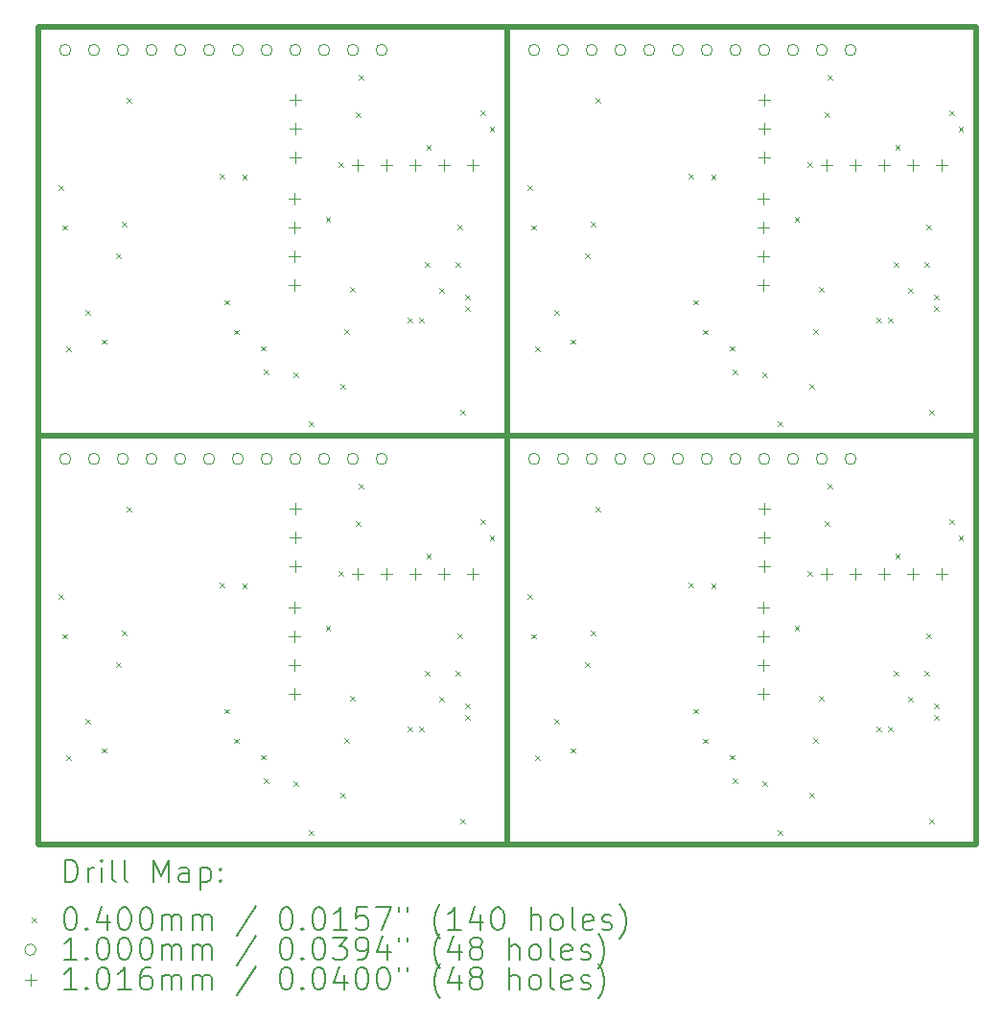
<source format=gbr>
%FSLAX45Y45*%
G04 Gerber Fmt 4.5, Leading zero omitted, Abs format (unit mm)*
G04 Created by KiCad (PCBNEW 5.99.0-unknown-6083c08~88~ubuntu18.04.1) date 2021-04-28 16:00:43*
%MOMM*%
%LPD*%
G01*
G04 APERTURE LIST*
%TA.AperFunction,Profile*%
%ADD10C,0.500000*%
%TD*%
%ADD11C,0.200000*%
%ADD12C,0.040000*%
%ADD13C,0.100000*%
%ADD14C,0.101600*%
G04 APERTURE END LIST*
D10*
X13436600Y-10464800D02*
X13436600Y-14071600D01*
X17576800Y-10464800D02*
X13436600Y-10464800D01*
X13436600Y-14071600D02*
X17576800Y-14071600D01*
X17576800Y-14071600D02*
X17576800Y-10464800D01*
X9296400Y-10464800D02*
X9296400Y-14071600D01*
X13436600Y-10464800D02*
X9296400Y-10464800D01*
X9296400Y-14071600D02*
X13436600Y-14071600D01*
X13436600Y-14071600D02*
X13436600Y-10464800D01*
X13436600Y-6858000D02*
X13436600Y-10464800D01*
X17576800Y-6858000D02*
X13436600Y-6858000D01*
X13436600Y-10464800D02*
X17576800Y-10464800D01*
X17576800Y-10464800D02*
X17576800Y-6858000D01*
X13436600Y-10464800D02*
X13436600Y-6858000D01*
X9296400Y-10464800D02*
X13436600Y-10464800D01*
X9296400Y-6858000D02*
X9296400Y-10464800D01*
X13436600Y-6858000D02*
X9296400Y-6858000D01*
D11*
D12*
X9469440Y-8260400D02*
X9509440Y-8300400D01*
X9509440Y-8260400D02*
X9469440Y-8300400D01*
X9469440Y-11867200D02*
X9509440Y-11907200D01*
X9509440Y-11867200D02*
X9469440Y-11907200D01*
X9505000Y-8609650D02*
X9545000Y-8649650D01*
X9545000Y-8609650D02*
X9505000Y-8649650D01*
X9505000Y-12216450D02*
X9545000Y-12256450D01*
X9545000Y-12216450D02*
X9505000Y-12256450D01*
X9536750Y-9682800D02*
X9576750Y-9722800D01*
X9576750Y-9682800D02*
X9536750Y-9722800D01*
X9536750Y-13289600D02*
X9576750Y-13329600D01*
X9576750Y-13289600D02*
X9536750Y-13329600D01*
X9708200Y-9358950D02*
X9748200Y-9398950D01*
X9748200Y-9358950D02*
X9708200Y-9398950D01*
X9708200Y-12965750D02*
X9748200Y-13005750D01*
X9748200Y-12965750D02*
X9708200Y-13005750D01*
X9854250Y-9617799D02*
X9894250Y-9657799D01*
X9894250Y-9617799D02*
X9854250Y-9657799D01*
X9854250Y-13224599D02*
X9894250Y-13264599D01*
X9894250Y-13224599D02*
X9854250Y-13264599D01*
X9977099Y-8861451D02*
X10017099Y-8901451D01*
X10017099Y-8861451D02*
X9977099Y-8901451D01*
X9977099Y-12468251D02*
X10017099Y-12508251D01*
X10017099Y-12468251D02*
X9977099Y-12508251D01*
X10030349Y-8577900D02*
X10070349Y-8617900D01*
X10070349Y-8577900D02*
X10030349Y-8617900D01*
X10030349Y-12184700D02*
X10070349Y-12224700D01*
X10070349Y-12184700D02*
X10030349Y-12224700D01*
X10070150Y-7485700D02*
X10110150Y-7525700D01*
X10110150Y-7485700D02*
X10070150Y-7525700D01*
X10070150Y-11092500D02*
X10110150Y-11132500D01*
X10110150Y-11092500D02*
X10070150Y-11132500D01*
X10895650Y-8158800D02*
X10935650Y-8198800D01*
X10935650Y-8158800D02*
X10895650Y-8198800D01*
X10895650Y-11765600D02*
X10935650Y-11805600D01*
X10935650Y-11765600D02*
X10895650Y-11805600D01*
X10933750Y-9270050D02*
X10973750Y-9310050D01*
X10973750Y-9270050D02*
X10933750Y-9310050D01*
X10933750Y-12876850D02*
X10973750Y-12916850D01*
X10973750Y-12876850D02*
X10933750Y-12916850D01*
X11022200Y-9532800D02*
X11062200Y-9572800D01*
X11062200Y-9532800D02*
X11022200Y-9572800D01*
X11022200Y-13139600D02*
X11062200Y-13179600D01*
X11062200Y-13139600D02*
X11022200Y-13179600D01*
X11092500Y-8165150D02*
X11132500Y-8205150D01*
X11132500Y-8165150D02*
X11092500Y-8205150D01*
X11092500Y-11771950D02*
X11132500Y-11811950D01*
X11132500Y-11771950D02*
X11092500Y-11811950D01*
X11259124Y-9676196D02*
X11299124Y-9716196D01*
X11299124Y-9676196D02*
X11259124Y-9716196D01*
X11259124Y-13282996D02*
X11299124Y-13322996D01*
X11299124Y-13282996D02*
X11259124Y-13322996D01*
X11283000Y-9886000D02*
X11323000Y-9926000D01*
X11323000Y-9886000D02*
X11283000Y-9926000D01*
X11283000Y-13492800D02*
X11323000Y-13532800D01*
X11323000Y-13492800D02*
X11283000Y-13532800D01*
X11548430Y-9909876D02*
X11588430Y-9949876D01*
X11588430Y-9909876D02*
X11548430Y-9949876D01*
X11548430Y-13516676D02*
X11588430Y-13556676D01*
X11588430Y-13516676D02*
X11548430Y-13556676D01*
X11680510Y-10340914D02*
X11720510Y-10380914D01*
X11720510Y-10340914D02*
X11680510Y-10380914D01*
X11680510Y-13947714D02*
X11720510Y-13987714D01*
X11720510Y-13947714D02*
X11680510Y-13987714D01*
X11829100Y-8539800D02*
X11869100Y-8579800D01*
X11869100Y-8539800D02*
X11829100Y-8579800D01*
X11829100Y-12146600D02*
X11869100Y-12186600D01*
X11869100Y-12146600D02*
X11829100Y-12186600D01*
X11943400Y-8057200D02*
X11983400Y-8097200D01*
X11983400Y-8057200D02*
X11943400Y-8097200D01*
X11943400Y-11664000D02*
X11983400Y-11704000D01*
X11983400Y-11664000D02*
X11943400Y-11704000D01*
X11962704Y-10011222D02*
X12002704Y-10051222D01*
X12002704Y-10011222D02*
X11962704Y-10051222D01*
X11962704Y-13618022D02*
X12002704Y-13658022D01*
X12002704Y-13618022D02*
X11962704Y-13658022D01*
X11994200Y-9530400D02*
X12034200Y-9570400D01*
X12034200Y-9530400D02*
X11994200Y-9570400D01*
X11994200Y-13137200D02*
X12034200Y-13177200D01*
X12034200Y-13137200D02*
X11994200Y-13177200D01*
X12045000Y-9155750D02*
X12085000Y-9195750D01*
X12085000Y-9155750D02*
X12045000Y-9195750D01*
X12045000Y-12762550D02*
X12085000Y-12802550D01*
X12085000Y-12762550D02*
X12045000Y-12802550D01*
X12095800Y-7612700D02*
X12135800Y-7652700D01*
X12135800Y-7612700D02*
X12095800Y-7652700D01*
X12095800Y-11219500D02*
X12135800Y-11259500D01*
X12135800Y-11219500D02*
X12095800Y-11259500D01*
X12121200Y-7282500D02*
X12161200Y-7322500D01*
X12161200Y-7282500D02*
X12121200Y-7322500D01*
X12121200Y-10889300D02*
X12161200Y-10929300D01*
X12161200Y-10889300D02*
X12121200Y-10929300D01*
X12553000Y-9428800D02*
X12593000Y-9468800D01*
X12593000Y-9428800D02*
X12553000Y-9468800D01*
X12553000Y-13035600D02*
X12593000Y-13075600D01*
X12593000Y-13035600D02*
X12553000Y-13075600D01*
X12654600Y-9428800D02*
X12694600Y-9468800D01*
X12694600Y-9428800D02*
X12654600Y-9468800D01*
X12654600Y-13035600D02*
X12694600Y-13075600D01*
X12694600Y-13035600D02*
X12654600Y-13075600D01*
X12705400Y-8933500D02*
X12745400Y-8973500D01*
X12745400Y-8933500D02*
X12705400Y-8973500D01*
X12705400Y-12540300D02*
X12745400Y-12580300D01*
X12745400Y-12540300D02*
X12705400Y-12580300D01*
X12718100Y-7904800D02*
X12758100Y-7944800D01*
X12758100Y-7904800D02*
X12718100Y-7944800D01*
X12718100Y-11511600D02*
X12758100Y-11551600D01*
X12758100Y-11511600D02*
X12718100Y-11551600D01*
X12832400Y-9162100D02*
X12872400Y-9202100D01*
X12872400Y-9162100D02*
X12832400Y-9202100D01*
X12832400Y-12768900D02*
X12872400Y-12808900D01*
X12872400Y-12768900D02*
X12832400Y-12808900D01*
X12978450Y-8933500D02*
X13018450Y-8973500D01*
X13018450Y-8933500D02*
X12978450Y-8973500D01*
X12978450Y-12540300D02*
X13018450Y-12580300D01*
X13018450Y-12540300D02*
X12978450Y-12580300D01*
X12991150Y-8603300D02*
X13031150Y-8643300D01*
X13031150Y-8603300D02*
X12991150Y-8643300D01*
X12991150Y-12210100D02*
X13031150Y-12250100D01*
X13031150Y-12210100D02*
X12991150Y-12250100D01*
X13016550Y-10241600D02*
X13056550Y-10281600D01*
X13056550Y-10241600D02*
X13016550Y-10281600D01*
X13016550Y-13848400D02*
X13056550Y-13888400D01*
X13056550Y-13848400D02*
X13016550Y-13888400D01*
X13061000Y-9225600D02*
X13101000Y-9265600D01*
X13101000Y-9225600D02*
X13061000Y-9265600D01*
X13061000Y-9327200D02*
X13101000Y-9367200D01*
X13101000Y-9327200D02*
X13061000Y-9367200D01*
X13061000Y-12832400D02*
X13101000Y-12872400D01*
X13101000Y-12832400D02*
X13061000Y-12872400D01*
X13061000Y-12934000D02*
X13101000Y-12974000D01*
X13101000Y-12934000D02*
X13061000Y-12974000D01*
X13194350Y-7600000D02*
X13234350Y-7640000D01*
X13234350Y-7600000D02*
X13194350Y-7640000D01*
X13194350Y-11206800D02*
X13234350Y-11246800D01*
X13234350Y-11206800D02*
X13194350Y-11246800D01*
X13276900Y-7739700D02*
X13316900Y-7779700D01*
X13316900Y-7739700D02*
X13276900Y-7779700D01*
X13276900Y-11346500D02*
X13316900Y-11386500D01*
X13316900Y-11346500D02*
X13276900Y-11386500D01*
X13609640Y-8260400D02*
X13649640Y-8300400D01*
X13649640Y-8260400D02*
X13609640Y-8300400D01*
X13609640Y-11867200D02*
X13649640Y-11907200D01*
X13649640Y-11867200D02*
X13609640Y-11907200D01*
X13645200Y-8609650D02*
X13685200Y-8649650D01*
X13685200Y-8609650D02*
X13645200Y-8649650D01*
X13645200Y-12216450D02*
X13685200Y-12256450D01*
X13685200Y-12216450D02*
X13645200Y-12256450D01*
X13676950Y-9682800D02*
X13716950Y-9722800D01*
X13716950Y-9682800D02*
X13676950Y-9722800D01*
X13676950Y-13289600D02*
X13716950Y-13329600D01*
X13716950Y-13289600D02*
X13676950Y-13329600D01*
X13848400Y-9358950D02*
X13888400Y-9398950D01*
X13888400Y-9358950D02*
X13848400Y-9398950D01*
X13848400Y-12965750D02*
X13888400Y-13005750D01*
X13888400Y-12965750D02*
X13848400Y-13005750D01*
X13994450Y-9617799D02*
X14034450Y-9657799D01*
X14034450Y-9617799D02*
X13994450Y-9657799D01*
X13994450Y-13224599D02*
X14034450Y-13264599D01*
X14034450Y-13224599D02*
X13994450Y-13264599D01*
X14117299Y-8861451D02*
X14157299Y-8901451D01*
X14157299Y-8861451D02*
X14117299Y-8901451D01*
X14117299Y-12468251D02*
X14157299Y-12508251D01*
X14157299Y-12468251D02*
X14117299Y-12508251D01*
X14170549Y-8577900D02*
X14210549Y-8617900D01*
X14210549Y-8577900D02*
X14170549Y-8617900D01*
X14170549Y-12184700D02*
X14210549Y-12224700D01*
X14210549Y-12184700D02*
X14170549Y-12224700D01*
X14210350Y-7485700D02*
X14250350Y-7525700D01*
X14250350Y-7485700D02*
X14210350Y-7525700D01*
X14210350Y-11092500D02*
X14250350Y-11132500D01*
X14250350Y-11092500D02*
X14210350Y-11132500D01*
X15035850Y-8158800D02*
X15075850Y-8198800D01*
X15075850Y-8158800D02*
X15035850Y-8198800D01*
X15035850Y-11765600D02*
X15075850Y-11805600D01*
X15075850Y-11765600D02*
X15035850Y-11805600D01*
X15073950Y-9270050D02*
X15113950Y-9310050D01*
X15113950Y-9270050D02*
X15073950Y-9310050D01*
X15073950Y-12876850D02*
X15113950Y-12916850D01*
X15113950Y-12876850D02*
X15073950Y-12916850D01*
X15162400Y-9532800D02*
X15202400Y-9572800D01*
X15202400Y-9532800D02*
X15162400Y-9572800D01*
X15162400Y-13139600D02*
X15202400Y-13179600D01*
X15202400Y-13139600D02*
X15162400Y-13179600D01*
X15232700Y-8165150D02*
X15272700Y-8205150D01*
X15272700Y-8165150D02*
X15232700Y-8205150D01*
X15232700Y-11771950D02*
X15272700Y-11811950D01*
X15272700Y-11771950D02*
X15232700Y-11811950D01*
X15399324Y-9676196D02*
X15439324Y-9716196D01*
X15439324Y-9676196D02*
X15399324Y-9716196D01*
X15399324Y-13282996D02*
X15439324Y-13322996D01*
X15439324Y-13282996D02*
X15399324Y-13322996D01*
X15423200Y-9886000D02*
X15463200Y-9926000D01*
X15463200Y-9886000D02*
X15423200Y-9926000D01*
X15423200Y-13492800D02*
X15463200Y-13532800D01*
X15463200Y-13492800D02*
X15423200Y-13532800D01*
X15688630Y-9909876D02*
X15728630Y-9949876D01*
X15728630Y-9909876D02*
X15688630Y-9949876D01*
X15688630Y-13516676D02*
X15728630Y-13556676D01*
X15728630Y-13516676D02*
X15688630Y-13556676D01*
X15820710Y-10340914D02*
X15860710Y-10380914D01*
X15860710Y-10340914D02*
X15820710Y-10380914D01*
X15820710Y-13947714D02*
X15860710Y-13987714D01*
X15860710Y-13947714D02*
X15820710Y-13987714D01*
X15969300Y-8539800D02*
X16009300Y-8579800D01*
X16009300Y-8539800D02*
X15969300Y-8579800D01*
X15969300Y-12146600D02*
X16009300Y-12186600D01*
X16009300Y-12146600D02*
X15969300Y-12186600D01*
X16083600Y-8057200D02*
X16123600Y-8097200D01*
X16123600Y-8057200D02*
X16083600Y-8097200D01*
X16083600Y-11664000D02*
X16123600Y-11704000D01*
X16123600Y-11664000D02*
X16083600Y-11704000D01*
X16102904Y-10011222D02*
X16142904Y-10051222D01*
X16142904Y-10011222D02*
X16102904Y-10051222D01*
X16102904Y-13618022D02*
X16142904Y-13658022D01*
X16142904Y-13618022D02*
X16102904Y-13658022D01*
X16134400Y-9530400D02*
X16174400Y-9570400D01*
X16174400Y-9530400D02*
X16134400Y-9570400D01*
X16134400Y-13137200D02*
X16174400Y-13177200D01*
X16174400Y-13137200D02*
X16134400Y-13177200D01*
X16185200Y-9155750D02*
X16225200Y-9195750D01*
X16225200Y-9155750D02*
X16185200Y-9195750D01*
X16185200Y-12762550D02*
X16225200Y-12802550D01*
X16225200Y-12762550D02*
X16185200Y-12802550D01*
X16236000Y-7612700D02*
X16276000Y-7652700D01*
X16276000Y-7612700D02*
X16236000Y-7652700D01*
X16236000Y-11219500D02*
X16276000Y-11259500D01*
X16276000Y-11219500D02*
X16236000Y-11259500D01*
X16261400Y-7282500D02*
X16301400Y-7322500D01*
X16301400Y-7282500D02*
X16261400Y-7322500D01*
X16261400Y-10889300D02*
X16301400Y-10929300D01*
X16301400Y-10889300D02*
X16261400Y-10929300D01*
X16693200Y-9428800D02*
X16733200Y-9468800D01*
X16733200Y-9428800D02*
X16693200Y-9468800D01*
X16693200Y-13035600D02*
X16733200Y-13075600D01*
X16733200Y-13035600D02*
X16693200Y-13075600D01*
X16794800Y-9428800D02*
X16834800Y-9468800D01*
X16834800Y-9428800D02*
X16794800Y-9468800D01*
X16794800Y-13035600D02*
X16834800Y-13075600D01*
X16834800Y-13035600D02*
X16794800Y-13075600D01*
X16845600Y-8933500D02*
X16885600Y-8973500D01*
X16885600Y-8933500D02*
X16845600Y-8973500D01*
X16845600Y-12540300D02*
X16885600Y-12580300D01*
X16885600Y-12540300D02*
X16845600Y-12580300D01*
X16858300Y-7904800D02*
X16898300Y-7944800D01*
X16898300Y-7904800D02*
X16858300Y-7944800D01*
X16858300Y-11511600D02*
X16898300Y-11551600D01*
X16898300Y-11511600D02*
X16858300Y-11551600D01*
X16972600Y-9162100D02*
X17012600Y-9202100D01*
X17012600Y-9162100D02*
X16972600Y-9202100D01*
X16972600Y-12768900D02*
X17012600Y-12808900D01*
X17012600Y-12768900D02*
X16972600Y-12808900D01*
X17118650Y-8933500D02*
X17158650Y-8973500D01*
X17158650Y-8933500D02*
X17118650Y-8973500D01*
X17118650Y-12540300D02*
X17158650Y-12580300D01*
X17158650Y-12540300D02*
X17118650Y-12580300D01*
X17131350Y-8603300D02*
X17171350Y-8643300D01*
X17171350Y-8603300D02*
X17131350Y-8643300D01*
X17131350Y-12210100D02*
X17171350Y-12250100D01*
X17171350Y-12210100D02*
X17131350Y-12250100D01*
X17156750Y-10241600D02*
X17196750Y-10281600D01*
X17196750Y-10241600D02*
X17156750Y-10281600D01*
X17156750Y-13848400D02*
X17196750Y-13888400D01*
X17196750Y-13848400D02*
X17156750Y-13888400D01*
X17201200Y-9225600D02*
X17241200Y-9265600D01*
X17241200Y-9225600D02*
X17201200Y-9265600D01*
X17201200Y-9327200D02*
X17241200Y-9367200D01*
X17241200Y-9327200D02*
X17201200Y-9367200D01*
X17201200Y-12832400D02*
X17241200Y-12872400D01*
X17241200Y-12832400D02*
X17201200Y-12872400D01*
X17201200Y-12934000D02*
X17241200Y-12974000D01*
X17241200Y-12934000D02*
X17201200Y-12974000D01*
X17334550Y-7600000D02*
X17374550Y-7640000D01*
X17374550Y-7600000D02*
X17334550Y-7640000D01*
X17334550Y-11206800D02*
X17374550Y-11246800D01*
X17374550Y-11206800D02*
X17334550Y-11246800D01*
X17417100Y-7739700D02*
X17457100Y-7779700D01*
X17457100Y-7739700D02*
X17417100Y-7779700D01*
X17417100Y-11346500D02*
X17457100Y-11386500D01*
X17457100Y-11346500D02*
X17417100Y-11386500D01*
D13*
X13719264Y-10671048D02*
G75*
G03*
X13719264Y-10671048I-50000J0D01*
G01*
X13973264Y-10671048D02*
G75*
G03*
X13973264Y-10671048I-50000J0D01*
G01*
X14227264Y-10671048D02*
G75*
G03*
X14227264Y-10671048I-50000J0D01*
G01*
X14481264Y-10671048D02*
G75*
G03*
X14481264Y-10671048I-50000J0D01*
G01*
X14735264Y-10671048D02*
G75*
G03*
X14735264Y-10671048I-50000J0D01*
G01*
X14989264Y-10671048D02*
G75*
G03*
X14989264Y-10671048I-50000J0D01*
G01*
X15243264Y-10671048D02*
G75*
G03*
X15243264Y-10671048I-50000J0D01*
G01*
X15497264Y-10671048D02*
G75*
G03*
X15497264Y-10671048I-50000J0D01*
G01*
X15751264Y-10671048D02*
G75*
G03*
X15751264Y-10671048I-50000J0D01*
G01*
X16005264Y-10671048D02*
G75*
G03*
X16005264Y-10671048I-50000J0D01*
G01*
X16259264Y-10671048D02*
G75*
G03*
X16259264Y-10671048I-50000J0D01*
G01*
X16513264Y-10671048D02*
G75*
G03*
X16513264Y-10671048I-50000J0D01*
G01*
X13719264Y-7064248D02*
G75*
G03*
X13719264Y-7064248I-50000J0D01*
G01*
X13973264Y-7064248D02*
G75*
G03*
X13973264Y-7064248I-50000J0D01*
G01*
X14227264Y-7064248D02*
G75*
G03*
X14227264Y-7064248I-50000J0D01*
G01*
X14481264Y-7064248D02*
G75*
G03*
X14481264Y-7064248I-50000J0D01*
G01*
X14735264Y-7064248D02*
G75*
G03*
X14735264Y-7064248I-50000J0D01*
G01*
X14989264Y-7064248D02*
G75*
G03*
X14989264Y-7064248I-50000J0D01*
G01*
X15243264Y-7064248D02*
G75*
G03*
X15243264Y-7064248I-50000J0D01*
G01*
X15497264Y-7064248D02*
G75*
G03*
X15497264Y-7064248I-50000J0D01*
G01*
X15751264Y-7064248D02*
G75*
G03*
X15751264Y-7064248I-50000J0D01*
G01*
X16005264Y-7064248D02*
G75*
G03*
X16005264Y-7064248I-50000J0D01*
G01*
X16259264Y-7064248D02*
G75*
G03*
X16259264Y-7064248I-50000J0D01*
G01*
X16513264Y-7064248D02*
G75*
G03*
X16513264Y-7064248I-50000J0D01*
G01*
X9579064Y-10671048D02*
G75*
G03*
X9579064Y-10671048I-50000J0D01*
G01*
X9833064Y-10671048D02*
G75*
G03*
X9833064Y-10671048I-50000J0D01*
G01*
X10087064Y-10671048D02*
G75*
G03*
X10087064Y-10671048I-50000J0D01*
G01*
X10341064Y-10671048D02*
G75*
G03*
X10341064Y-10671048I-50000J0D01*
G01*
X10595064Y-10671048D02*
G75*
G03*
X10595064Y-10671048I-50000J0D01*
G01*
X10849064Y-10671048D02*
G75*
G03*
X10849064Y-10671048I-50000J0D01*
G01*
X11103064Y-10671048D02*
G75*
G03*
X11103064Y-10671048I-50000J0D01*
G01*
X11357064Y-10671048D02*
G75*
G03*
X11357064Y-10671048I-50000J0D01*
G01*
X11611064Y-10671048D02*
G75*
G03*
X11611064Y-10671048I-50000J0D01*
G01*
X11865064Y-10671048D02*
G75*
G03*
X11865064Y-10671048I-50000J0D01*
G01*
X12119064Y-10671048D02*
G75*
G03*
X12119064Y-10671048I-50000J0D01*
G01*
X12373064Y-10671048D02*
G75*
G03*
X12373064Y-10671048I-50000J0D01*
G01*
X9579064Y-7064248D02*
G75*
G03*
X9579064Y-7064248I-50000J0D01*
G01*
X9833064Y-7064248D02*
G75*
G03*
X9833064Y-7064248I-50000J0D01*
G01*
X10087064Y-7064248D02*
G75*
G03*
X10087064Y-7064248I-50000J0D01*
G01*
X10341064Y-7064248D02*
G75*
G03*
X10341064Y-7064248I-50000J0D01*
G01*
X10595064Y-7064248D02*
G75*
G03*
X10595064Y-7064248I-50000J0D01*
G01*
X10849064Y-7064248D02*
G75*
G03*
X10849064Y-7064248I-50000J0D01*
G01*
X11103064Y-7064248D02*
G75*
G03*
X11103064Y-7064248I-50000J0D01*
G01*
X11357064Y-7064248D02*
G75*
G03*
X11357064Y-7064248I-50000J0D01*
G01*
X11611064Y-7064248D02*
G75*
G03*
X11611064Y-7064248I-50000J0D01*
G01*
X11865064Y-7064248D02*
G75*
G03*
X11865064Y-7064248I-50000J0D01*
G01*
X12119064Y-7064248D02*
G75*
G03*
X12119064Y-7064248I-50000J0D01*
G01*
X12373064Y-7064248D02*
G75*
G03*
X12373064Y-7064248I-50000J0D01*
G01*
D14*
X12115800Y-8026400D02*
X12115800Y-8128000D01*
X12065000Y-8077200D02*
X12166600Y-8077200D01*
X12369800Y-8026400D02*
X12369800Y-8128000D01*
X12319000Y-8077200D02*
X12420600Y-8077200D01*
X12623800Y-8026400D02*
X12623800Y-8128000D01*
X12573000Y-8077200D02*
X12674600Y-8077200D01*
X12877800Y-8026400D02*
X12877800Y-8128000D01*
X12827000Y-8077200D02*
X12928600Y-8077200D01*
X13131800Y-8026400D02*
X13131800Y-8128000D01*
X13081000Y-8077200D02*
X13182600Y-8077200D01*
X15697200Y-11931650D02*
X15697200Y-12033250D01*
X15646400Y-11982450D02*
X15748000Y-11982450D01*
X15697200Y-12185650D02*
X15697200Y-12287250D01*
X15646400Y-12236450D02*
X15748000Y-12236450D01*
X15697200Y-12439650D02*
X15697200Y-12541250D01*
X15646400Y-12490450D02*
X15748000Y-12490450D01*
X15697200Y-12693650D02*
X15697200Y-12795250D01*
X15646400Y-12744450D02*
X15748000Y-12744450D01*
X15697200Y-8324850D02*
X15697200Y-8426450D01*
X15646400Y-8375650D02*
X15748000Y-8375650D01*
X15697200Y-8578850D02*
X15697200Y-8680450D01*
X15646400Y-8629650D02*
X15748000Y-8629650D01*
X15697200Y-8832850D02*
X15697200Y-8934450D01*
X15646400Y-8883650D02*
X15748000Y-8883650D01*
X15697200Y-9086850D02*
X15697200Y-9188450D01*
X15646400Y-9137650D02*
X15748000Y-9137650D01*
X16256000Y-11633200D02*
X16256000Y-11734800D01*
X16205200Y-11684000D02*
X16306800Y-11684000D01*
X16510000Y-11633200D02*
X16510000Y-11734800D01*
X16459200Y-11684000D02*
X16560800Y-11684000D01*
X16764000Y-11633200D02*
X16764000Y-11734800D01*
X16713200Y-11684000D02*
X16814800Y-11684000D01*
X17018000Y-11633200D02*
X17018000Y-11734800D01*
X16967200Y-11684000D02*
X17068800Y-11684000D01*
X17272000Y-11633200D02*
X17272000Y-11734800D01*
X17221200Y-11684000D02*
X17322800Y-11684000D01*
X15702400Y-11060800D02*
X15702400Y-11162400D01*
X15651600Y-11111600D02*
X15753200Y-11111600D01*
X15702400Y-11314800D02*
X15702400Y-11416400D01*
X15651600Y-11365600D02*
X15753200Y-11365600D01*
X15702400Y-11568800D02*
X15702400Y-11670400D01*
X15651600Y-11619600D02*
X15753200Y-11619600D01*
X11562200Y-7454000D02*
X11562200Y-7555600D01*
X11511400Y-7504800D02*
X11613000Y-7504800D01*
X11562200Y-7708000D02*
X11562200Y-7809600D01*
X11511400Y-7758800D02*
X11613000Y-7758800D01*
X11562200Y-7962000D02*
X11562200Y-8063600D01*
X11511400Y-8012800D02*
X11613000Y-8012800D01*
X15702400Y-7454000D02*
X15702400Y-7555600D01*
X15651600Y-7504800D02*
X15753200Y-7504800D01*
X15702400Y-7708000D02*
X15702400Y-7809600D01*
X15651600Y-7758800D02*
X15753200Y-7758800D01*
X15702400Y-7962000D02*
X15702400Y-8063600D01*
X15651600Y-8012800D02*
X15753200Y-8012800D01*
X11557000Y-11931650D02*
X11557000Y-12033250D01*
X11506200Y-11982450D02*
X11607800Y-11982450D01*
X11557000Y-12185650D02*
X11557000Y-12287250D01*
X11506200Y-12236450D02*
X11607800Y-12236450D01*
X11557000Y-12439650D02*
X11557000Y-12541250D01*
X11506200Y-12490450D02*
X11607800Y-12490450D01*
X11557000Y-12693650D02*
X11557000Y-12795250D01*
X11506200Y-12744450D02*
X11607800Y-12744450D01*
X16256000Y-8026400D02*
X16256000Y-8128000D01*
X16205200Y-8077200D02*
X16306800Y-8077200D01*
X16510000Y-8026400D02*
X16510000Y-8128000D01*
X16459200Y-8077200D02*
X16560800Y-8077200D01*
X16764000Y-8026400D02*
X16764000Y-8128000D01*
X16713200Y-8077200D02*
X16814800Y-8077200D01*
X17018000Y-8026400D02*
X17018000Y-8128000D01*
X16967200Y-8077200D02*
X17068800Y-8077200D01*
X17272000Y-8026400D02*
X17272000Y-8128000D01*
X17221200Y-8077200D02*
X17322800Y-8077200D01*
X12115800Y-11633200D02*
X12115800Y-11734800D01*
X12065000Y-11684000D02*
X12166600Y-11684000D01*
X12369800Y-11633200D02*
X12369800Y-11734800D01*
X12319000Y-11684000D02*
X12420600Y-11684000D01*
X12623800Y-11633200D02*
X12623800Y-11734800D01*
X12573000Y-11684000D02*
X12674600Y-11684000D01*
X12877800Y-11633200D02*
X12877800Y-11734800D01*
X12827000Y-11684000D02*
X12928600Y-11684000D01*
X13131800Y-11633200D02*
X13131800Y-11734800D01*
X13081000Y-11684000D02*
X13182600Y-11684000D01*
X11562200Y-11060800D02*
X11562200Y-11162400D01*
X11511400Y-11111600D02*
X11613000Y-11111600D01*
X11562200Y-11314800D02*
X11562200Y-11416400D01*
X11511400Y-11365600D02*
X11613000Y-11365600D01*
X11562200Y-11568800D02*
X11562200Y-11670400D01*
X11511400Y-11619600D02*
X11613000Y-11619600D01*
X11557000Y-8324850D02*
X11557000Y-8426450D01*
X11506200Y-8375650D02*
X11607800Y-8375650D01*
X11557000Y-8578850D02*
X11557000Y-8680450D01*
X11506200Y-8629650D02*
X11607800Y-8629650D01*
X11557000Y-8832850D02*
X11557000Y-8934450D01*
X11506200Y-8883650D02*
X11607800Y-8883650D01*
X11557000Y-9086850D02*
X11557000Y-9188450D01*
X11506200Y-9137650D02*
X11607800Y-9137650D01*
D11*
X9529019Y-14407076D02*
X9529019Y-14207076D01*
X9576638Y-14207076D01*
X9605209Y-14216600D01*
X9624257Y-14235648D01*
X9633781Y-14254695D01*
X9643305Y-14292790D01*
X9643305Y-14321362D01*
X9633781Y-14359457D01*
X9624257Y-14378505D01*
X9605209Y-14397552D01*
X9576638Y-14407076D01*
X9529019Y-14407076D01*
X9729019Y-14407076D02*
X9729019Y-14273743D01*
X9729019Y-14311838D02*
X9738543Y-14292790D01*
X9748067Y-14283267D01*
X9767114Y-14273743D01*
X9786162Y-14273743D01*
X9852828Y-14407076D02*
X9852828Y-14273743D01*
X9852828Y-14207076D02*
X9843305Y-14216600D01*
X9852828Y-14226124D01*
X9862352Y-14216600D01*
X9852828Y-14207076D01*
X9852828Y-14226124D01*
X9976638Y-14407076D02*
X9957590Y-14397552D01*
X9948067Y-14378505D01*
X9948067Y-14207076D01*
X10081400Y-14407076D02*
X10062352Y-14397552D01*
X10052828Y-14378505D01*
X10052828Y-14207076D01*
X10309971Y-14407076D02*
X10309971Y-14207076D01*
X10376638Y-14349933D01*
X10443305Y-14207076D01*
X10443305Y-14407076D01*
X10624257Y-14407076D02*
X10624257Y-14302314D01*
X10614733Y-14283267D01*
X10595686Y-14273743D01*
X10557590Y-14273743D01*
X10538543Y-14283267D01*
X10624257Y-14397552D02*
X10605209Y-14407076D01*
X10557590Y-14407076D01*
X10538543Y-14397552D01*
X10529019Y-14378505D01*
X10529019Y-14359457D01*
X10538543Y-14340410D01*
X10557590Y-14330886D01*
X10605209Y-14330886D01*
X10624257Y-14321362D01*
X10719495Y-14273743D02*
X10719495Y-14473743D01*
X10719495Y-14283267D02*
X10738543Y-14273743D01*
X10776638Y-14273743D01*
X10795686Y-14283267D01*
X10805209Y-14292790D01*
X10814733Y-14311838D01*
X10814733Y-14368981D01*
X10805209Y-14388029D01*
X10795686Y-14397552D01*
X10776638Y-14407076D01*
X10738543Y-14407076D01*
X10719495Y-14397552D01*
X10900448Y-14388029D02*
X10909971Y-14397552D01*
X10900448Y-14407076D01*
X10890924Y-14397552D01*
X10900448Y-14388029D01*
X10900448Y-14407076D01*
X10900448Y-14283267D02*
X10909971Y-14292790D01*
X10900448Y-14302314D01*
X10890924Y-14292790D01*
X10900448Y-14283267D01*
X10900448Y-14302314D01*
D12*
X9231400Y-14716600D02*
X9271400Y-14756600D01*
X9271400Y-14716600D02*
X9231400Y-14756600D01*
D11*
X9567114Y-14627076D02*
X9586162Y-14627076D01*
X9605209Y-14636600D01*
X9614733Y-14646124D01*
X9624257Y-14665171D01*
X9633781Y-14703267D01*
X9633781Y-14750886D01*
X9624257Y-14788981D01*
X9614733Y-14808029D01*
X9605209Y-14817552D01*
X9586162Y-14827076D01*
X9567114Y-14827076D01*
X9548067Y-14817552D01*
X9538543Y-14808029D01*
X9529019Y-14788981D01*
X9519495Y-14750886D01*
X9519495Y-14703267D01*
X9529019Y-14665171D01*
X9538543Y-14646124D01*
X9548067Y-14636600D01*
X9567114Y-14627076D01*
X9719495Y-14808029D02*
X9729019Y-14817552D01*
X9719495Y-14827076D01*
X9709971Y-14817552D01*
X9719495Y-14808029D01*
X9719495Y-14827076D01*
X9900448Y-14693743D02*
X9900448Y-14827076D01*
X9852828Y-14617552D02*
X9805209Y-14760410D01*
X9929019Y-14760410D01*
X10043305Y-14627076D02*
X10062352Y-14627076D01*
X10081400Y-14636600D01*
X10090924Y-14646124D01*
X10100448Y-14665171D01*
X10109971Y-14703267D01*
X10109971Y-14750886D01*
X10100448Y-14788981D01*
X10090924Y-14808029D01*
X10081400Y-14817552D01*
X10062352Y-14827076D01*
X10043305Y-14827076D01*
X10024257Y-14817552D01*
X10014733Y-14808029D01*
X10005209Y-14788981D01*
X9995686Y-14750886D01*
X9995686Y-14703267D01*
X10005209Y-14665171D01*
X10014733Y-14646124D01*
X10024257Y-14636600D01*
X10043305Y-14627076D01*
X10233781Y-14627076D02*
X10252828Y-14627076D01*
X10271876Y-14636600D01*
X10281400Y-14646124D01*
X10290924Y-14665171D01*
X10300448Y-14703267D01*
X10300448Y-14750886D01*
X10290924Y-14788981D01*
X10281400Y-14808029D01*
X10271876Y-14817552D01*
X10252828Y-14827076D01*
X10233781Y-14827076D01*
X10214733Y-14817552D01*
X10205209Y-14808029D01*
X10195686Y-14788981D01*
X10186162Y-14750886D01*
X10186162Y-14703267D01*
X10195686Y-14665171D01*
X10205209Y-14646124D01*
X10214733Y-14636600D01*
X10233781Y-14627076D01*
X10386162Y-14827076D02*
X10386162Y-14693743D01*
X10386162Y-14712790D02*
X10395686Y-14703267D01*
X10414733Y-14693743D01*
X10443305Y-14693743D01*
X10462352Y-14703267D01*
X10471876Y-14722314D01*
X10471876Y-14827076D01*
X10471876Y-14722314D02*
X10481400Y-14703267D01*
X10500448Y-14693743D01*
X10529019Y-14693743D01*
X10548067Y-14703267D01*
X10557590Y-14722314D01*
X10557590Y-14827076D01*
X10652828Y-14827076D02*
X10652828Y-14693743D01*
X10652828Y-14712790D02*
X10662352Y-14703267D01*
X10681400Y-14693743D01*
X10709971Y-14693743D01*
X10729019Y-14703267D01*
X10738543Y-14722314D01*
X10738543Y-14827076D01*
X10738543Y-14722314D02*
X10748067Y-14703267D01*
X10767114Y-14693743D01*
X10795686Y-14693743D01*
X10814733Y-14703267D01*
X10824257Y-14722314D01*
X10824257Y-14827076D01*
X11214733Y-14617552D02*
X11043305Y-14874695D01*
X11471876Y-14627076D02*
X11490924Y-14627076D01*
X11509971Y-14636600D01*
X11519495Y-14646124D01*
X11529019Y-14665171D01*
X11538543Y-14703267D01*
X11538543Y-14750886D01*
X11529019Y-14788981D01*
X11519495Y-14808029D01*
X11509971Y-14817552D01*
X11490924Y-14827076D01*
X11471876Y-14827076D01*
X11452828Y-14817552D01*
X11443305Y-14808029D01*
X11433781Y-14788981D01*
X11424257Y-14750886D01*
X11424257Y-14703267D01*
X11433781Y-14665171D01*
X11443305Y-14646124D01*
X11452828Y-14636600D01*
X11471876Y-14627076D01*
X11624257Y-14808029D02*
X11633781Y-14817552D01*
X11624257Y-14827076D01*
X11614733Y-14817552D01*
X11624257Y-14808029D01*
X11624257Y-14827076D01*
X11757590Y-14627076D02*
X11776638Y-14627076D01*
X11795686Y-14636600D01*
X11805209Y-14646124D01*
X11814733Y-14665171D01*
X11824257Y-14703267D01*
X11824257Y-14750886D01*
X11814733Y-14788981D01*
X11805209Y-14808029D01*
X11795686Y-14817552D01*
X11776638Y-14827076D01*
X11757590Y-14827076D01*
X11738543Y-14817552D01*
X11729019Y-14808029D01*
X11719495Y-14788981D01*
X11709971Y-14750886D01*
X11709971Y-14703267D01*
X11719495Y-14665171D01*
X11729019Y-14646124D01*
X11738543Y-14636600D01*
X11757590Y-14627076D01*
X12014733Y-14827076D02*
X11900447Y-14827076D01*
X11957590Y-14827076D02*
X11957590Y-14627076D01*
X11938543Y-14655648D01*
X11919495Y-14674695D01*
X11900447Y-14684219D01*
X12195686Y-14627076D02*
X12100447Y-14627076D01*
X12090924Y-14722314D01*
X12100447Y-14712790D01*
X12119495Y-14703267D01*
X12167114Y-14703267D01*
X12186162Y-14712790D01*
X12195686Y-14722314D01*
X12205209Y-14741362D01*
X12205209Y-14788981D01*
X12195686Y-14808029D01*
X12186162Y-14817552D01*
X12167114Y-14827076D01*
X12119495Y-14827076D01*
X12100447Y-14817552D01*
X12090924Y-14808029D01*
X12271876Y-14627076D02*
X12405209Y-14627076D01*
X12319495Y-14827076D01*
X12471876Y-14627076D02*
X12471876Y-14665171D01*
X12548066Y-14627076D02*
X12548066Y-14665171D01*
X12843305Y-14903267D02*
X12833781Y-14893743D01*
X12814733Y-14865171D01*
X12805209Y-14846124D01*
X12795686Y-14817552D01*
X12786162Y-14769933D01*
X12786162Y-14731838D01*
X12795686Y-14684219D01*
X12805209Y-14655648D01*
X12814733Y-14636600D01*
X12833781Y-14608029D01*
X12843305Y-14598505D01*
X13024257Y-14827076D02*
X12909971Y-14827076D01*
X12967114Y-14827076D02*
X12967114Y-14627076D01*
X12948066Y-14655648D01*
X12929019Y-14674695D01*
X12909971Y-14684219D01*
X13195686Y-14693743D02*
X13195686Y-14827076D01*
X13148066Y-14617552D02*
X13100447Y-14760410D01*
X13224257Y-14760410D01*
X13338543Y-14627076D02*
X13357590Y-14627076D01*
X13376638Y-14636600D01*
X13386162Y-14646124D01*
X13395686Y-14665171D01*
X13405209Y-14703267D01*
X13405209Y-14750886D01*
X13395686Y-14788981D01*
X13386162Y-14808029D01*
X13376638Y-14817552D01*
X13357590Y-14827076D01*
X13338543Y-14827076D01*
X13319495Y-14817552D01*
X13309971Y-14808029D01*
X13300447Y-14788981D01*
X13290924Y-14750886D01*
X13290924Y-14703267D01*
X13300447Y-14665171D01*
X13309971Y-14646124D01*
X13319495Y-14636600D01*
X13338543Y-14627076D01*
X13643305Y-14827076D02*
X13643305Y-14627076D01*
X13729019Y-14827076D02*
X13729019Y-14722314D01*
X13719495Y-14703267D01*
X13700447Y-14693743D01*
X13671876Y-14693743D01*
X13652828Y-14703267D01*
X13643305Y-14712790D01*
X13852828Y-14827076D02*
X13833781Y-14817552D01*
X13824257Y-14808029D01*
X13814733Y-14788981D01*
X13814733Y-14731838D01*
X13824257Y-14712790D01*
X13833781Y-14703267D01*
X13852828Y-14693743D01*
X13881400Y-14693743D01*
X13900447Y-14703267D01*
X13909971Y-14712790D01*
X13919495Y-14731838D01*
X13919495Y-14788981D01*
X13909971Y-14808029D01*
X13900447Y-14817552D01*
X13881400Y-14827076D01*
X13852828Y-14827076D01*
X14033781Y-14827076D02*
X14014733Y-14817552D01*
X14005209Y-14798505D01*
X14005209Y-14627076D01*
X14186162Y-14817552D02*
X14167114Y-14827076D01*
X14129019Y-14827076D01*
X14109971Y-14817552D01*
X14100447Y-14798505D01*
X14100447Y-14722314D01*
X14109971Y-14703267D01*
X14129019Y-14693743D01*
X14167114Y-14693743D01*
X14186162Y-14703267D01*
X14195686Y-14722314D01*
X14195686Y-14741362D01*
X14100447Y-14760410D01*
X14271876Y-14817552D02*
X14290924Y-14827076D01*
X14329019Y-14827076D01*
X14348066Y-14817552D01*
X14357590Y-14798505D01*
X14357590Y-14788981D01*
X14348066Y-14769933D01*
X14329019Y-14760410D01*
X14300447Y-14760410D01*
X14281400Y-14750886D01*
X14271876Y-14731838D01*
X14271876Y-14722314D01*
X14281400Y-14703267D01*
X14300447Y-14693743D01*
X14329019Y-14693743D01*
X14348066Y-14703267D01*
X14424257Y-14903267D02*
X14433781Y-14893743D01*
X14452828Y-14865171D01*
X14462352Y-14846124D01*
X14471876Y-14817552D01*
X14481400Y-14769933D01*
X14481400Y-14731838D01*
X14471876Y-14684219D01*
X14462352Y-14655648D01*
X14452828Y-14636600D01*
X14433781Y-14608029D01*
X14424257Y-14598505D01*
D13*
X9271400Y-15000600D02*
G75*
G03*
X9271400Y-15000600I-50000J0D01*
G01*
D11*
X9633781Y-15091076D02*
X9519495Y-15091076D01*
X9576638Y-15091076D02*
X9576638Y-14891076D01*
X9557590Y-14919648D01*
X9538543Y-14938695D01*
X9519495Y-14948219D01*
X9719495Y-15072029D02*
X9729019Y-15081552D01*
X9719495Y-15091076D01*
X9709971Y-15081552D01*
X9719495Y-15072029D01*
X9719495Y-15091076D01*
X9852828Y-14891076D02*
X9871876Y-14891076D01*
X9890924Y-14900600D01*
X9900448Y-14910124D01*
X9909971Y-14929171D01*
X9919495Y-14967267D01*
X9919495Y-15014886D01*
X9909971Y-15052981D01*
X9900448Y-15072029D01*
X9890924Y-15081552D01*
X9871876Y-15091076D01*
X9852828Y-15091076D01*
X9833781Y-15081552D01*
X9824257Y-15072029D01*
X9814733Y-15052981D01*
X9805209Y-15014886D01*
X9805209Y-14967267D01*
X9814733Y-14929171D01*
X9824257Y-14910124D01*
X9833781Y-14900600D01*
X9852828Y-14891076D01*
X10043305Y-14891076D02*
X10062352Y-14891076D01*
X10081400Y-14900600D01*
X10090924Y-14910124D01*
X10100448Y-14929171D01*
X10109971Y-14967267D01*
X10109971Y-15014886D01*
X10100448Y-15052981D01*
X10090924Y-15072029D01*
X10081400Y-15081552D01*
X10062352Y-15091076D01*
X10043305Y-15091076D01*
X10024257Y-15081552D01*
X10014733Y-15072029D01*
X10005209Y-15052981D01*
X9995686Y-15014886D01*
X9995686Y-14967267D01*
X10005209Y-14929171D01*
X10014733Y-14910124D01*
X10024257Y-14900600D01*
X10043305Y-14891076D01*
X10233781Y-14891076D02*
X10252828Y-14891076D01*
X10271876Y-14900600D01*
X10281400Y-14910124D01*
X10290924Y-14929171D01*
X10300448Y-14967267D01*
X10300448Y-15014886D01*
X10290924Y-15052981D01*
X10281400Y-15072029D01*
X10271876Y-15081552D01*
X10252828Y-15091076D01*
X10233781Y-15091076D01*
X10214733Y-15081552D01*
X10205209Y-15072029D01*
X10195686Y-15052981D01*
X10186162Y-15014886D01*
X10186162Y-14967267D01*
X10195686Y-14929171D01*
X10205209Y-14910124D01*
X10214733Y-14900600D01*
X10233781Y-14891076D01*
X10386162Y-15091076D02*
X10386162Y-14957743D01*
X10386162Y-14976790D02*
X10395686Y-14967267D01*
X10414733Y-14957743D01*
X10443305Y-14957743D01*
X10462352Y-14967267D01*
X10471876Y-14986314D01*
X10471876Y-15091076D01*
X10471876Y-14986314D02*
X10481400Y-14967267D01*
X10500448Y-14957743D01*
X10529019Y-14957743D01*
X10548067Y-14967267D01*
X10557590Y-14986314D01*
X10557590Y-15091076D01*
X10652828Y-15091076D02*
X10652828Y-14957743D01*
X10652828Y-14976790D02*
X10662352Y-14967267D01*
X10681400Y-14957743D01*
X10709971Y-14957743D01*
X10729019Y-14967267D01*
X10738543Y-14986314D01*
X10738543Y-15091076D01*
X10738543Y-14986314D02*
X10748067Y-14967267D01*
X10767114Y-14957743D01*
X10795686Y-14957743D01*
X10814733Y-14967267D01*
X10824257Y-14986314D01*
X10824257Y-15091076D01*
X11214733Y-14881552D02*
X11043305Y-15138695D01*
X11471876Y-14891076D02*
X11490924Y-14891076D01*
X11509971Y-14900600D01*
X11519495Y-14910124D01*
X11529019Y-14929171D01*
X11538543Y-14967267D01*
X11538543Y-15014886D01*
X11529019Y-15052981D01*
X11519495Y-15072029D01*
X11509971Y-15081552D01*
X11490924Y-15091076D01*
X11471876Y-15091076D01*
X11452828Y-15081552D01*
X11443305Y-15072029D01*
X11433781Y-15052981D01*
X11424257Y-15014886D01*
X11424257Y-14967267D01*
X11433781Y-14929171D01*
X11443305Y-14910124D01*
X11452828Y-14900600D01*
X11471876Y-14891076D01*
X11624257Y-15072029D02*
X11633781Y-15081552D01*
X11624257Y-15091076D01*
X11614733Y-15081552D01*
X11624257Y-15072029D01*
X11624257Y-15091076D01*
X11757590Y-14891076D02*
X11776638Y-14891076D01*
X11795686Y-14900600D01*
X11805209Y-14910124D01*
X11814733Y-14929171D01*
X11824257Y-14967267D01*
X11824257Y-15014886D01*
X11814733Y-15052981D01*
X11805209Y-15072029D01*
X11795686Y-15081552D01*
X11776638Y-15091076D01*
X11757590Y-15091076D01*
X11738543Y-15081552D01*
X11729019Y-15072029D01*
X11719495Y-15052981D01*
X11709971Y-15014886D01*
X11709971Y-14967267D01*
X11719495Y-14929171D01*
X11729019Y-14910124D01*
X11738543Y-14900600D01*
X11757590Y-14891076D01*
X11890924Y-14891076D02*
X12014733Y-14891076D01*
X11948066Y-14967267D01*
X11976638Y-14967267D01*
X11995686Y-14976790D01*
X12005209Y-14986314D01*
X12014733Y-15005362D01*
X12014733Y-15052981D01*
X12005209Y-15072029D01*
X11995686Y-15081552D01*
X11976638Y-15091076D01*
X11919495Y-15091076D01*
X11900447Y-15081552D01*
X11890924Y-15072029D01*
X12109971Y-15091076D02*
X12148066Y-15091076D01*
X12167114Y-15081552D01*
X12176638Y-15072029D01*
X12195686Y-15043457D01*
X12205209Y-15005362D01*
X12205209Y-14929171D01*
X12195686Y-14910124D01*
X12186162Y-14900600D01*
X12167114Y-14891076D01*
X12129019Y-14891076D01*
X12109971Y-14900600D01*
X12100447Y-14910124D01*
X12090924Y-14929171D01*
X12090924Y-14976790D01*
X12100447Y-14995838D01*
X12109971Y-15005362D01*
X12129019Y-15014886D01*
X12167114Y-15014886D01*
X12186162Y-15005362D01*
X12195686Y-14995838D01*
X12205209Y-14976790D01*
X12376638Y-14957743D02*
X12376638Y-15091076D01*
X12329019Y-14881552D02*
X12281400Y-15024410D01*
X12405209Y-15024410D01*
X12471876Y-14891076D02*
X12471876Y-14929171D01*
X12548066Y-14891076D02*
X12548066Y-14929171D01*
X12843305Y-15167267D02*
X12833781Y-15157743D01*
X12814733Y-15129171D01*
X12805209Y-15110124D01*
X12795686Y-15081552D01*
X12786162Y-15033933D01*
X12786162Y-14995838D01*
X12795686Y-14948219D01*
X12805209Y-14919648D01*
X12814733Y-14900600D01*
X12833781Y-14872029D01*
X12843305Y-14862505D01*
X13005209Y-14957743D02*
X13005209Y-15091076D01*
X12957590Y-14881552D02*
X12909971Y-15024410D01*
X13033781Y-15024410D01*
X13138543Y-14976790D02*
X13119495Y-14967267D01*
X13109971Y-14957743D01*
X13100447Y-14938695D01*
X13100447Y-14929171D01*
X13109971Y-14910124D01*
X13119495Y-14900600D01*
X13138543Y-14891076D01*
X13176638Y-14891076D01*
X13195686Y-14900600D01*
X13205209Y-14910124D01*
X13214733Y-14929171D01*
X13214733Y-14938695D01*
X13205209Y-14957743D01*
X13195686Y-14967267D01*
X13176638Y-14976790D01*
X13138543Y-14976790D01*
X13119495Y-14986314D01*
X13109971Y-14995838D01*
X13100447Y-15014886D01*
X13100447Y-15052981D01*
X13109971Y-15072029D01*
X13119495Y-15081552D01*
X13138543Y-15091076D01*
X13176638Y-15091076D01*
X13195686Y-15081552D01*
X13205209Y-15072029D01*
X13214733Y-15052981D01*
X13214733Y-15014886D01*
X13205209Y-14995838D01*
X13195686Y-14986314D01*
X13176638Y-14976790D01*
X13452828Y-15091076D02*
X13452828Y-14891076D01*
X13538543Y-15091076D02*
X13538543Y-14986314D01*
X13529019Y-14967267D01*
X13509971Y-14957743D01*
X13481400Y-14957743D01*
X13462352Y-14967267D01*
X13452828Y-14976790D01*
X13662352Y-15091076D02*
X13643305Y-15081552D01*
X13633781Y-15072029D01*
X13624257Y-15052981D01*
X13624257Y-14995838D01*
X13633781Y-14976790D01*
X13643305Y-14967267D01*
X13662352Y-14957743D01*
X13690924Y-14957743D01*
X13709971Y-14967267D01*
X13719495Y-14976790D01*
X13729019Y-14995838D01*
X13729019Y-15052981D01*
X13719495Y-15072029D01*
X13709971Y-15081552D01*
X13690924Y-15091076D01*
X13662352Y-15091076D01*
X13843305Y-15091076D02*
X13824257Y-15081552D01*
X13814733Y-15062505D01*
X13814733Y-14891076D01*
X13995686Y-15081552D02*
X13976638Y-15091076D01*
X13938543Y-15091076D01*
X13919495Y-15081552D01*
X13909971Y-15062505D01*
X13909971Y-14986314D01*
X13919495Y-14967267D01*
X13938543Y-14957743D01*
X13976638Y-14957743D01*
X13995686Y-14967267D01*
X14005209Y-14986314D01*
X14005209Y-15005362D01*
X13909971Y-15024410D01*
X14081400Y-15081552D02*
X14100447Y-15091076D01*
X14138543Y-15091076D01*
X14157590Y-15081552D01*
X14167114Y-15062505D01*
X14167114Y-15052981D01*
X14157590Y-15033933D01*
X14138543Y-15024410D01*
X14109971Y-15024410D01*
X14090924Y-15014886D01*
X14081400Y-14995838D01*
X14081400Y-14986314D01*
X14090924Y-14967267D01*
X14109971Y-14957743D01*
X14138543Y-14957743D01*
X14157590Y-14967267D01*
X14233781Y-15167267D02*
X14243305Y-15157743D01*
X14262352Y-15129171D01*
X14271876Y-15110124D01*
X14281400Y-15081552D01*
X14290924Y-15033933D01*
X14290924Y-14995838D01*
X14281400Y-14948219D01*
X14271876Y-14919648D01*
X14262352Y-14900600D01*
X14243305Y-14872029D01*
X14233781Y-14862505D01*
D14*
X9220600Y-15213800D02*
X9220600Y-15315400D01*
X9169800Y-15264600D02*
X9271400Y-15264600D01*
D11*
X9633781Y-15355076D02*
X9519495Y-15355076D01*
X9576638Y-15355076D02*
X9576638Y-15155076D01*
X9557590Y-15183648D01*
X9538543Y-15202695D01*
X9519495Y-15212219D01*
X9719495Y-15336029D02*
X9729019Y-15345552D01*
X9719495Y-15355076D01*
X9709971Y-15345552D01*
X9719495Y-15336029D01*
X9719495Y-15355076D01*
X9852828Y-15155076D02*
X9871876Y-15155076D01*
X9890924Y-15164600D01*
X9900448Y-15174124D01*
X9909971Y-15193171D01*
X9919495Y-15231267D01*
X9919495Y-15278886D01*
X9909971Y-15316981D01*
X9900448Y-15336029D01*
X9890924Y-15345552D01*
X9871876Y-15355076D01*
X9852828Y-15355076D01*
X9833781Y-15345552D01*
X9824257Y-15336029D01*
X9814733Y-15316981D01*
X9805209Y-15278886D01*
X9805209Y-15231267D01*
X9814733Y-15193171D01*
X9824257Y-15174124D01*
X9833781Y-15164600D01*
X9852828Y-15155076D01*
X10109971Y-15355076D02*
X9995686Y-15355076D01*
X10052828Y-15355076D02*
X10052828Y-15155076D01*
X10033781Y-15183648D01*
X10014733Y-15202695D01*
X9995686Y-15212219D01*
X10281400Y-15155076D02*
X10243305Y-15155076D01*
X10224257Y-15164600D01*
X10214733Y-15174124D01*
X10195686Y-15202695D01*
X10186162Y-15240790D01*
X10186162Y-15316981D01*
X10195686Y-15336029D01*
X10205209Y-15345552D01*
X10224257Y-15355076D01*
X10262352Y-15355076D01*
X10281400Y-15345552D01*
X10290924Y-15336029D01*
X10300448Y-15316981D01*
X10300448Y-15269362D01*
X10290924Y-15250314D01*
X10281400Y-15240790D01*
X10262352Y-15231267D01*
X10224257Y-15231267D01*
X10205209Y-15240790D01*
X10195686Y-15250314D01*
X10186162Y-15269362D01*
X10386162Y-15355076D02*
X10386162Y-15221743D01*
X10386162Y-15240790D02*
X10395686Y-15231267D01*
X10414733Y-15221743D01*
X10443305Y-15221743D01*
X10462352Y-15231267D01*
X10471876Y-15250314D01*
X10471876Y-15355076D01*
X10471876Y-15250314D02*
X10481400Y-15231267D01*
X10500448Y-15221743D01*
X10529019Y-15221743D01*
X10548067Y-15231267D01*
X10557590Y-15250314D01*
X10557590Y-15355076D01*
X10652828Y-15355076D02*
X10652828Y-15221743D01*
X10652828Y-15240790D02*
X10662352Y-15231267D01*
X10681400Y-15221743D01*
X10709971Y-15221743D01*
X10729019Y-15231267D01*
X10738543Y-15250314D01*
X10738543Y-15355076D01*
X10738543Y-15250314D02*
X10748067Y-15231267D01*
X10767114Y-15221743D01*
X10795686Y-15221743D01*
X10814733Y-15231267D01*
X10824257Y-15250314D01*
X10824257Y-15355076D01*
X11214733Y-15145552D02*
X11043305Y-15402695D01*
X11471876Y-15155076D02*
X11490924Y-15155076D01*
X11509971Y-15164600D01*
X11519495Y-15174124D01*
X11529019Y-15193171D01*
X11538543Y-15231267D01*
X11538543Y-15278886D01*
X11529019Y-15316981D01*
X11519495Y-15336029D01*
X11509971Y-15345552D01*
X11490924Y-15355076D01*
X11471876Y-15355076D01*
X11452828Y-15345552D01*
X11443305Y-15336029D01*
X11433781Y-15316981D01*
X11424257Y-15278886D01*
X11424257Y-15231267D01*
X11433781Y-15193171D01*
X11443305Y-15174124D01*
X11452828Y-15164600D01*
X11471876Y-15155076D01*
X11624257Y-15336029D02*
X11633781Y-15345552D01*
X11624257Y-15355076D01*
X11614733Y-15345552D01*
X11624257Y-15336029D01*
X11624257Y-15355076D01*
X11757590Y-15155076D02*
X11776638Y-15155076D01*
X11795686Y-15164600D01*
X11805209Y-15174124D01*
X11814733Y-15193171D01*
X11824257Y-15231267D01*
X11824257Y-15278886D01*
X11814733Y-15316981D01*
X11805209Y-15336029D01*
X11795686Y-15345552D01*
X11776638Y-15355076D01*
X11757590Y-15355076D01*
X11738543Y-15345552D01*
X11729019Y-15336029D01*
X11719495Y-15316981D01*
X11709971Y-15278886D01*
X11709971Y-15231267D01*
X11719495Y-15193171D01*
X11729019Y-15174124D01*
X11738543Y-15164600D01*
X11757590Y-15155076D01*
X11995686Y-15221743D02*
X11995686Y-15355076D01*
X11948066Y-15145552D02*
X11900447Y-15288410D01*
X12024257Y-15288410D01*
X12138543Y-15155076D02*
X12157590Y-15155076D01*
X12176638Y-15164600D01*
X12186162Y-15174124D01*
X12195686Y-15193171D01*
X12205209Y-15231267D01*
X12205209Y-15278886D01*
X12195686Y-15316981D01*
X12186162Y-15336029D01*
X12176638Y-15345552D01*
X12157590Y-15355076D01*
X12138543Y-15355076D01*
X12119495Y-15345552D01*
X12109971Y-15336029D01*
X12100447Y-15316981D01*
X12090924Y-15278886D01*
X12090924Y-15231267D01*
X12100447Y-15193171D01*
X12109971Y-15174124D01*
X12119495Y-15164600D01*
X12138543Y-15155076D01*
X12329019Y-15155076D02*
X12348066Y-15155076D01*
X12367114Y-15164600D01*
X12376638Y-15174124D01*
X12386162Y-15193171D01*
X12395686Y-15231267D01*
X12395686Y-15278886D01*
X12386162Y-15316981D01*
X12376638Y-15336029D01*
X12367114Y-15345552D01*
X12348066Y-15355076D01*
X12329019Y-15355076D01*
X12309971Y-15345552D01*
X12300447Y-15336029D01*
X12290924Y-15316981D01*
X12281400Y-15278886D01*
X12281400Y-15231267D01*
X12290924Y-15193171D01*
X12300447Y-15174124D01*
X12309971Y-15164600D01*
X12329019Y-15155076D01*
X12471876Y-15155076D02*
X12471876Y-15193171D01*
X12548066Y-15155076D02*
X12548066Y-15193171D01*
X12843305Y-15431267D02*
X12833781Y-15421743D01*
X12814733Y-15393171D01*
X12805209Y-15374124D01*
X12795686Y-15345552D01*
X12786162Y-15297933D01*
X12786162Y-15259838D01*
X12795686Y-15212219D01*
X12805209Y-15183648D01*
X12814733Y-15164600D01*
X12833781Y-15136029D01*
X12843305Y-15126505D01*
X13005209Y-15221743D02*
X13005209Y-15355076D01*
X12957590Y-15145552D02*
X12909971Y-15288410D01*
X13033781Y-15288410D01*
X13138543Y-15240790D02*
X13119495Y-15231267D01*
X13109971Y-15221743D01*
X13100447Y-15202695D01*
X13100447Y-15193171D01*
X13109971Y-15174124D01*
X13119495Y-15164600D01*
X13138543Y-15155076D01*
X13176638Y-15155076D01*
X13195686Y-15164600D01*
X13205209Y-15174124D01*
X13214733Y-15193171D01*
X13214733Y-15202695D01*
X13205209Y-15221743D01*
X13195686Y-15231267D01*
X13176638Y-15240790D01*
X13138543Y-15240790D01*
X13119495Y-15250314D01*
X13109971Y-15259838D01*
X13100447Y-15278886D01*
X13100447Y-15316981D01*
X13109971Y-15336029D01*
X13119495Y-15345552D01*
X13138543Y-15355076D01*
X13176638Y-15355076D01*
X13195686Y-15345552D01*
X13205209Y-15336029D01*
X13214733Y-15316981D01*
X13214733Y-15278886D01*
X13205209Y-15259838D01*
X13195686Y-15250314D01*
X13176638Y-15240790D01*
X13452828Y-15355076D02*
X13452828Y-15155076D01*
X13538543Y-15355076D02*
X13538543Y-15250314D01*
X13529019Y-15231267D01*
X13509971Y-15221743D01*
X13481400Y-15221743D01*
X13462352Y-15231267D01*
X13452828Y-15240790D01*
X13662352Y-15355076D02*
X13643305Y-15345552D01*
X13633781Y-15336029D01*
X13624257Y-15316981D01*
X13624257Y-15259838D01*
X13633781Y-15240790D01*
X13643305Y-15231267D01*
X13662352Y-15221743D01*
X13690924Y-15221743D01*
X13709971Y-15231267D01*
X13719495Y-15240790D01*
X13729019Y-15259838D01*
X13729019Y-15316981D01*
X13719495Y-15336029D01*
X13709971Y-15345552D01*
X13690924Y-15355076D01*
X13662352Y-15355076D01*
X13843305Y-15355076D02*
X13824257Y-15345552D01*
X13814733Y-15326505D01*
X13814733Y-15155076D01*
X13995686Y-15345552D02*
X13976638Y-15355076D01*
X13938543Y-15355076D01*
X13919495Y-15345552D01*
X13909971Y-15326505D01*
X13909971Y-15250314D01*
X13919495Y-15231267D01*
X13938543Y-15221743D01*
X13976638Y-15221743D01*
X13995686Y-15231267D01*
X14005209Y-15250314D01*
X14005209Y-15269362D01*
X13909971Y-15288410D01*
X14081400Y-15345552D02*
X14100447Y-15355076D01*
X14138543Y-15355076D01*
X14157590Y-15345552D01*
X14167114Y-15326505D01*
X14167114Y-15316981D01*
X14157590Y-15297933D01*
X14138543Y-15288410D01*
X14109971Y-15288410D01*
X14090924Y-15278886D01*
X14081400Y-15259838D01*
X14081400Y-15250314D01*
X14090924Y-15231267D01*
X14109971Y-15221743D01*
X14138543Y-15221743D01*
X14157590Y-15231267D01*
X14233781Y-15431267D02*
X14243305Y-15421743D01*
X14262352Y-15393171D01*
X14271876Y-15374124D01*
X14281400Y-15345552D01*
X14290924Y-15297933D01*
X14290924Y-15259838D01*
X14281400Y-15212219D01*
X14271876Y-15183648D01*
X14262352Y-15164600D01*
X14243305Y-15136029D01*
X14233781Y-15126505D01*
M02*

</source>
